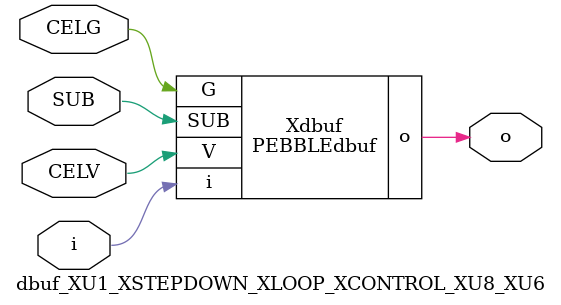
<source format=v>



module PEBBLEdbuf ( o, G, SUB, V, i );

  input V;
  input i;
  input G;
  output o;
  input SUB;
endmodule

//Celera Confidential Do Not Copy dbuf_XU1_XSTEPDOWN_XLOOP_XCONTROL_XU8_XU6
//Celera Confidential Symbol Generator
//Digital Buffer
module dbuf_XU1_XSTEPDOWN_XLOOP_XCONTROL_XU8_XU6 (CELV,CELG,i,o,SUB);
input CELV;
input CELG;
input i;
input SUB;
output o;

//Celera Confidential Do Not Copy dbuf
PEBBLEdbuf Xdbuf(
.V (CELV),
.i (i),
.o (o),
.SUB (SUB),
.G (CELG)
);
//,diesize,PEBBLEdbuf

//Celera Confidential Do Not Copy Module End
//Celera Schematic Generator
endmodule

</source>
